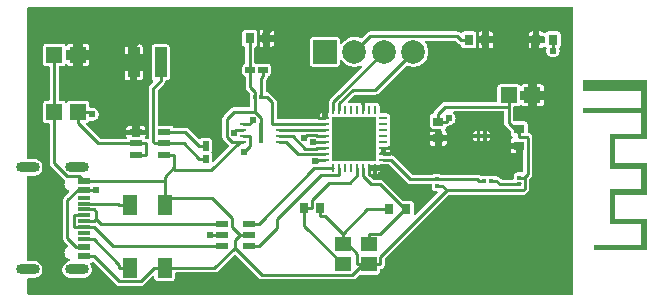
<source format=gtl>
G04 Layer: TopLayer*
G04 EasyEDA v6.5.37, 2023-10-27 13:21:48*
G04 e951b92086064ac1ad3908aecfae3427,cc522e7a65ad493f8bbdbc3af6dfe8a3,10*
G04 Gerber Generator version 0.2*
G04 Scale: 100 percent, Rotated: No, Reflected: No *
G04 Dimensions in millimeters *
G04 leading zeros omitted , absolute positions ,4 integer and 5 decimal *
%FSLAX45Y45*%
%MOMM*%

%AMMACRO1*4,1,4,0.2,0.2,0.2,-0.2,-0.2,-0.2,-0.2,0.2,0.2,0.2,0*%
%AMMACRO2*21,1,$1,$2,0,0,$3*%
%ADD10C,0.2500*%
%ADD11C,0.2540*%
%ADD12MACRO1*%
%ADD13R,1.4000X1.2000*%
%ADD14MACRO2,0.324X0.3685X0.0000*%
%ADD15R,0.3240X0.3684*%
%ADD16MACRO2,0.324X0.3685X90.0000*%
%ADD17MACRO2,1.35X1.41X90.0000*%
%ADD18R,0.9000X0.8000*%
%ADD19R,0.8000X0.9000*%
%ADD20MACRO2,0.54X0.7901X90.0000*%
%ADD21R,1.0720X0.5320*%
%ADD22MACRO2,0.324X0.3685X-90.0000*%
%ADD23MACRO2,1.701X1.2075X-90.0000*%
%ADD24R,0.6500X0.2800*%
%ADD25R,0.2800X0.6500*%
%ADD26R,3.8000X3.8000*%
%ADD27R,1.1400X0.3000*%
%ADD28R,1.1400X0.6000*%
%ADD29MACRO2,0.54X0.7901X0.0000*%
%ADD30R,0.5400X0.7901*%
%ADD31R,1.1000X0.5500*%
%ADD32R,0.6000X0.2800*%
%ADD33R,0.3000X1.7000*%
%ADD34R,1.0200X2.5400*%
%ADD35O,1.9999959999999999X0.8999982*%
%ADD36C,2.0000*%
%ADD37R,2.0000X2.0000*%
%ADD38C,0.6096*%
%ADD39C,0.6100*%
%ADD40C,0.0177*%

%LPD*%
G36*
X721868Y1816607D02*
G01*
X717956Y1817370D01*
X714705Y1819605D01*
X712470Y1822856D01*
X711708Y1826768D01*
X711708Y1950262D01*
X712470Y1954123D01*
X714705Y1957425D01*
X717956Y1959610D01*
X721868Y1960422D01*
X769620Y1960422D01*
X781100Y1961286D01*
X791921Y1963877D01*
X802182Y1968144D01*
X811682Y1973986D01*
X820115Y1981200D01*
X827328Y1989632D01*
X833170Y1999132D01*
X837387Y2009393D01*
X840028Y2020214D01*
X840892Y2031288D01*
X840028Y2042414D01*
X837387Y2053183D01*
X833170Y2063496D01*
X827328Y2072944D01*
X820115Y2081428D01*
X811682Y2088642D01*
X802182Y2094433D01*
X791921Y2098700D01*
X781100Y2101291D01*
X769620Y2102205D01*
X721868Y2102205D01*
X717956Y2102967D01*
X714705Y2105202D01*
X712470Y2108504D01*
X711708Y2112365D01*
X711708Y2815234D01*
X712470Y2819095D01*
X714705Y2822397D01*
X717956Y2824632D01*
X721868Y2825394D01*
X769620Y2825394D01*
X781100Y2826308D01*
X791921Y2828899D01*
X802182Y2833166D01*
X811682Y2838958D01*
X820115Y2846171D01*
X827328Y2854655D01*
X833170Y2864104D01*
X837437Y2874416D01*
X840028Y2885186D01*
X840892Y2896311D01*
X840028Y2907385D01*
X837437Y2918206D01*
X833170Y2928467D01*
X827328Y2937967D01*
X820115Y2946400D01*
X811682Y2953613D01*
X802182Y2959455D01*
X791921Y2963722D01*
X781100Y2966313D01*
X769620Y2967228D01*
X721868Y2967228D01*
X717956Y2967990D01*
X714705Y2970174D01*
X712470Y2973476D01*
X711708Y2977388D01*
X711708Y4244340D01*
X712470Y4248251D01*
X714705Y4251502D01*
X717956Y4253738D01*
X721868Y4254500D01*
X5323840Y4254500D01*
X5327751Y4253738D01*
X5331002Y4251502D01*
X5333238Y4248251D01*
X5334000Y4244340D01*
X5334000Y1826768D01*
X5333238Y1822856D01*
X5331002Y1819605D01*
X5327751Y1817370D01*
X5323840Y1816607D01*
G37*

%LPC*%
G36*
X1487678Y1892960D02*
G01*
X1673148Y1892960D01*
X1681175Y1893773D01*
X1688388Y1895957D01*
X1695094Y1899513D01*
X1701292Y1904644D01*
X1771446Y1974748D01*
X1774748Y1976983D01*
X1778609Y1977745D01*
X1782521Y1976983D01*
X1785823Y1974748D01*
X1788007Y1971446D01*
X1788769Y1967585D01*
X1788769Y1960219D01*
X1789480Y1953920D01*
X1791411Y1948434D01*
X1794510Y1943557D01*
X1798574Y1939442D01*
X1803501Y1936343D01*
X1808937Y1934464D01*
X1815287Y1933752D01*
X1934870Y1933752D01*
X1941220Y1934464D01*
X1946656Y1936343D01*
X1951583Y1939442D01*
X1955647Y1943557D01*
X1958746Y1948434D01*
X1960625Y1953920D01*
X1961337Y1960219D01*
X1961337Y1995932D01*
X1962150Y1999843D01*
X1964334Y2003094D01*
X1967636Y2005330D01*
X1971497Y2006092D01*
X2296820Y2006092D01*
X2304846Y2006904D01*
X2312060Y2009089D01*
X2318715Y2012645D01*
X2324963Y2017775D01*
X2462377Y2155190D01*
X2465679Y2157374D01*
X2469591Y2158136D01*
X2473452Y2157374D01*
X2476754Y2155190D01*
X2672994Y1958949D01*
X2679192Y1953818D01*
X2685897Y1950262D01*
X2693111Y1948078D01*
X2701137Y1947265D01*
X3464966Y1947265D01*
X3472992Y1948078D01*
X3480206Y1950262D01*
X3486912Y1953818D01*
X3493109Y1958949D01*
X3519881Y1985721D01*
X3522319Y1987499D01*
X3525215Y1988515D01*
X3528212Y1988616D01*
X3533089Y1988108D01*
X3671925Y1988108D01*
X3678275Y1988820D01*
X3683711Y1990699D01*
X3688638Y1993798D01*
X3692702Y1997862D01*
X3695801Y2002789D01*
X3697681Y2008225D01*
X3698392Y2014575D01*
X3698392Y2026005D01*
X3699103Y2029663D01*
X3701034Y2032863D01*
X3704031Y2035098D01*
X3715156Y2038350D01*
X3721862Y2041906D01*
X3727704Y2046732D01*
X3732479Y2052574D01*
X3736035Y2059228D01*
X3738219Y2066442D01*
X3739032Y2074468D01*
X3739032Y2120087D01*
X3739794Y2123948D01*
X3742029Y2127250D01*
X4274870Y2660142D01*
X4278172Y2662326D01*
X4282084Y2663088D01*
X4908854Y2663088D01*
X4916881Y2663901D01*
X4924094Y2666085D01*
X4930749Y2669641D01*
X4936998Y2674772D01*
X4949901Y2687726D01*
X4955032Y2693924D01*
X4958588Y2700629D01*
X4960772Y2707843D01*
X4961585Y2715869D01*
X4961585Y2790596D01*
X4962347Y2794457D01*
X4964582Y2797759D01*
X4976825Y2810052D01*
X4981956Y2816301D01*
X4985512Y2822956D01*
X4987696Y2830169D01*
X4988509Y2838196D01*
X4988509Y3145993D01*
X4987696Y3154019D01*
X4985512Y3161233D01*
X4981956Y3167938D01*
X4976825Y3174136D01*
X4972354Y3178606D01*
X4966157Y3183737D01*
X4959451Y3187293D01*
X4954930Y3188665D01*
X4951171Y3190748D01*
X4948631Y3194202D01*
X4947716Y3198418D01*
X4947716Y3259023D01*
X4947005Y3265322D01*
X4945075Y3270808D01*
X4942027Y3275685D01*
X4937912Y3279800D01*
X4933035Y3282899D01*
X4927549Y3284778D01*
X4921250Y3285490D01*
X4838293Y3285490D01*
X4834382Y3286251D01*
X4831080Y3288487D01*
X4828895Y3291789D01*
X4828133Y3295650D01*
X4828133Y3401618D01*
X4828895Y3405530D01*
X4831080Y3408832D01*
X4834382Y3411016D01*
X4838293Y3411778D01*
X4859426Y3411778D01*
X4865725Y3412490D01*
X4871212Y3414420D01*
X4876088Y3417519D01*
X4880203Y3421583D01*
X4883708Y3425647D01*
X4887468Y3427222D01*
X4891532Y3427222D01*
X4895291Y3425647D01*
X4898796Y3421583D01*
X4902911Y3417519D01*
X4907788Y3414420D01*
X4913274Y3412490D01*
X4919573Y3411778D01*
X4947920Y3411778D01*
X4947920Y3465118D01*
X4896053Y3465118D01*
X4892192Y3465880D01*
X4888890Y3468065D01*
X4886655Y3471367D01*
X4885893Y3475278D01*
X4885893Y3535121D01*
X4886655Y3539032D01*
X4888890Y3542334D01*
X4892192Y3544519D01*
X4896053Y3545281D01*
X4947920Y3545281D01*
X4947920Y3598621D01*
X4919573Y3598621D01*
X4913274Y3597910D01*
X4907788Y3595979D01*
X4902911Y3592880D01*
X4898796Y3588816D01*
X4895291Y3584752D01*
X4891532Y3583178D01*
X4887468Y3583178D01*
X4883708Y3584752D01*
X4880203Y3588816D01*
X4876088Y3592880D01*
X4871212Y3595979D01*
X4865725Y3597910D01*
X4859426Y3598621D01*
X4719574Y3598621D01*
X4713224Y3597910D01*
X4707788Y3595979D01*
X4702860Y3592880D01*
X4698796Y3588816D01*
X4695698Y3583889D01*
X4693818Y3578453D01*
X4693107Y3572154D01*
X4693107Y3458565D01*
X4692294Y3454654D01*
X4690110Y3451402D01*
X4686808Y3449167D01*
X4682947Y3448405D01*
X4250283Y3448405D01*
X4242257Y3447592D01*
X4235043Y3445408D01*
X4228338Y3441852D01*
X4222140Y3436721D01*
X4164076Y3378657D01*
X4158945Y3372459D01*
X4155389Y3365754D01*
X4152188Y3354527D01*
X4150258Y3351682D01*
X4147464Y3349701D01*
X4144162Y3348736D01*
X4140250Y3348278D01*
X4134764Y3346399D01*
X4129887Y3343300D01*
X4125772Y3339185D01*
X4122724Y3334308D01*
X4120794Y3328822D01*
X4120083Y3322523D01*
X4120083Y3243681D01*
X4120794Y3237331D01*
X4122724Y3231896D01*
X4125772Y3226968D01*
X4129887Y3222904D01*
X4131767Y3221685D01*
X4134713Y3218891D01*
X4136339Y3215132D01*
X4136339Y3211068D01*
X4134713Y3207308D01*
X4131767Y3204514D01*
X4129887Y3203295D01*
X4125772Y3199231D01*
X4122724Y3194304D01*
X4120794Y3188868D01*
X4120083Y3182518D01*
X4120083Y3169462D01*
X4162145Y3169462D01*
X4162145Y3207004D01*
X4162907Y3210915D01*
X4165142Y3214217D01*
X4168444Y3216402D01*
X4172305Y3217164D01*
X4209694Y3217164D01*
X4213555Y3216402D01*
X4216857Y3214217D01*
X4219092Y3210915D01*
X4219854Y3207004D01*
X4219854Y3169462D01*
X4261916Y3169462D01*
X4261916Y3182518D01*
X4261205Y3188868D01*
X4259275Y3194304D01*
X4256227Y3199231D01*
X4252112Y3203295D01*
X4250232Y3204514D01*
X4247286Y3207308D01*
X4245660Y3211068D01*
X4245660Y3215132D01*
X4247286Y3218891D01*
X4250232Y3221685D01*
X4252112Y3222904D01*
X4256227Y3226968D01*
X4259275Y3231896D01*
X4261561Y3238398D01*
X4263491Y3241700D01*
X4266488Y3244088D01*
X4271467Y3245307D01*
X4278680Y3247491D01*
X4285335Y3251047D01*
X4287774Y3253079D01*
X4291634Y3255010D01*
X4301032Y3257550D01*
X4309922Y3261715D01*
X4318000Y3267303D01*
X4324959Y3274263D01*
X4330547Y3282340D01*
X4334713Y3291230D01*
X4337253Y3300729D01*
X4338116Y3310483D01*
X4337253Y3320287D01*
X4334713Y3329787D01*
X4330547Y3338677D01*
X4324959Y3346754D01*
X4317847Y3353866D01*
X4315612Y3357118D01*
X4314850Y3361029D01*
X4315612Y3364941D01*
X4317847Y3368192D01*
X4321149Y3370427D01*
X4325010Y3371189D01*
X4740757Y3371189D01*
X4744618Y3370427D01*
X4747920Y3368192D01*
X4750104Y3364941D01*
X4750917Y3361029D01*
X4750917Y3273450D01*
X4751679Y3265424D01*
X4753864Y3258210D01*
X4757420Y3251504D01*
X4762550Y3245307D01*
X4802936Y3204921D01*
X4805121Y3201619D01*
X4805883Y3197758D01*
X4805883Y3180181D01*
X4806594Y3173831D01*
X4808524Y3168396D01*
X4811572Y3163468D01*
X4815687Y3159404D01*
X4817567Y3158185D01*
X4820513Y3155391D01*
X4822139Y3151632D01*
X4822139Y3147568D01*
X4820513Y3143808D01*
X4817567Y3141014D01*
X4815687Y3139795D01*
X4811572Y3135731D01*
X4808524Y3130804D01*
X4806594Y3125368D01*
X4805883Y3119018D01*
X4805883Y3105962D01*
X4847996Y3105962D01*
X4848707Y3110331D01*
X4850688Y3113532D01*
X4853736Y3115767D01*
X4857343Y3116732D01*
X4861102Y3116326D01*
X4869281Y3113887D01*
X4877308Y3113074D01*
X4895494Y3113074D01*
X4898898Y3112465D01*
X4901895Y3110788D01*
X4904181Y3108198D01*
X4905451Y3104997D01*
X4908550Y3102762D01*
X4910582Y3099562D01*
X4911293Y3095802D01*
X4911293Y3063443D01*
X4910582Y3059734D01*
X4908651Y3056585D01*
X4905654Y3054299D01*
X4905654Y3012643D01*
X4908651Y3010408D01*
X4910582Y3007207D01*
X4911293Y3003550D01*
X4911293Y2862275D01*
X4910378Y2858109D01*
X4907889Y2854706D01*
X4904181Y2852572D01*
X4899964Y2852166D01*
X4892395Y2853029D01*
X4861153Y2853029D01*
X4854854Y2852318D01*
X4849368Y2850438D01*
X4844491Y2847340D01*
X4840376Y2843276D01*
X4837328Y2838348D01*
X4835398Y2832912D01*
X4834686Y2826562D01*
X4834686Y2802636D01*
X4833924Y2798724D01*
X4831740Y2795473D01*
X4828438Y2793238D01*
X4824526Y2792476D01*
X4731512Y2792476D01*
X4727600Y2793238D01*
X4724298Y2795473D01*
X4711496Y2808224D01*
X4705299Y2813354D01*
X4698593Y2816910D01*
X4691380Y2819095D01*
X4683353Y2819908D01*
X4671364Y2819908D01*
X4668012Y2820466D01*
X4661712Y2822702D01*
X4655362Y2823413D01*
X4619650Y2823413D01*
X4611065Y2822498D01*
X4607966Y2822549D01*
X4600549Y2823413D01*
X4564837Y2823413D01*
X4554270Y2821838D01*
X4550867Y2822448D01*
X4547870Y2824124D01*
X4543044Y2828086D01*
X4536338Y2831642D01*
X4529124Y2833827D01*
X4521098Y2834640D01*
X4213555Y2834640D01*
X4210761Y2835046D01*
X4205732Y2837738D01*
X4200245Y2839618D01*
X4193946Y2840329D01*
X4162653Y2840329D01*
X4156354Y2839618D01*
X4150868Y2837738D01*
X4145838Y2835046D01*
X4143044Y2834640D01*
X3974033Y2834640D01*
X3970121Y2835402D01*
X3966819Y2837637D01*
X3815587Y2988818D01*
X3809390Y2993948D01*
X3802684Y2997504D01*
X3795471Y2999689D01*
X3787444Y3000502D01*
X3769207Y3000502D01*
X3765804Y3001111D01*
X3759504Y3001822D01*
X3705860Y3001822D01*
X3701999Y3002584D01*
X3698697Y3004769D01*
X3696462Y3008071D01*
X3695700Y3011982D01*
X3695700Y3015081D01*
X3696411Y3018739D01*
X3698341Y3021939D01*
X3701338Y3024174D01*
X3704945Y3025190D01*
X3704945Y3048609D01*
X3701338Y3049625D01*
X3698341Y3051860D01*
X3696411Y3055010D01*
X3695700Y3058718D01*
X3695700Y3061817D01*
X3696462Y3065729D01*
X3698697Y3069031D01*
X3701999Y3071215D01*
X3705860Y3071977D01*
X3759504Y3071977D01*
X3765804Y3072688D01*
X3771442Y3074670D01*
X3774795Y3075228D01*
X3785971Y3075330D01*
X3785260Y3081629D01*
X3783990Y3086912D01*
X3785260Y3092145D01*
X3785971Y3098444D01*
X3785971Y3125317D01*
X3785260Y3131667D01*
X3783990Y3136900D01*
X3785260Y3142132D01*
X3785971Y3148482D01*
X3785971Y3175355D01*
X3785260Y3181654D01*
X3783990Y3186887D01*
X3785260Y3192170D01*
X3785971Y3198469D01*
X3785971Y3225342D01*
X3785260Y3231642D01*
X3783990Y3236925D01*
X3785260Y3242157D01*
X3785971Y3248456D01*
X3785971Y3275329D01*
X3785260Y3281629D01*
X3783990Y3286912D01*
X3785260Y3292144D01*
X3785971Y3298494D01*
X3785971Y3325317D01*
X3785260Y3331667D01*
X3783329Y3337102D01*
X3780282Y3342030D01*
X3776167Y3346094D01*
X3771290Y3349193D01*
X3765804Y3351072D01*
X3759504Y3351784D01*
X3704894Y3351784D01*
X3700983Y3352596D01*
X3697681Y3354781D01*
X3695496Y3358083D01*
X3694734Y3361944D01*
X3694734Y3416604D01*
X3693972Y3422904D01*
X3692093Y3428390D01*
X3688994Y3433267D01*
X3684930Y3437382D01*
X3680002Y3440429D01*
X3674567Y3442360D01*
X3668217Y3443071D01*
X3641394Y3443071D01*
X3635044Y3442360D01*
X3629812Y3441090D01*
X3624529Y3442360D01*
X3618229Y3443071D01*
X3591356Y3443071D01*
X3585057Y3442360D01*
X3579825Y3441090D01*
X3574542Y3442360D01*
X3568141Y3443071D01*
X3568141Y3431895D01*
X3567582Y3428542D01*
X3565601Y3422904D01*
X3564890Y3416604D01*
X3563569Y3412642D01*
X3560724Y3409543D01*
X3556914Y3407816D01*
X3552698Y3407816D01*
X3548837Y3409543D01*
X3546043Y3412642D01*
X3544722Y3416604D01*
X3544011Y3422904D01*
X3542029Y3428542D01*
X3541471Y3431895D01*
X3541369Y3443071D01*
X3535070Y3442360D01*
X3529787Y3441090D01*
X3524554Y3442360D01*
X3518255Y3443071D01*
X3491382Y3443071D01*
X3485032Y3442360D01*
X3479800Y3441090D01*
X3474567Y3442360D01*
X3468217Y3443071D01*
X3441344Y3443071D01*
X3438956Y3442766D01*
X3434842Y3443173D01*
X3431184Y3445205D01*
X3428695Y3448456D01*
X3427679Y3452520D01*
X3428390Y3456584D01*
X3430625Y3460089D01*
X3479342Y3508756D01*
X3482644Y3510940D01*
X3486505Y3511702D01*
X3658158Y3511702D01*
X3666185Y3512515D01*
X3673398Y3514699D01*
X3680053Y3518255D01*
X3686301Y3523386D01*
X3919474Y3756558D01*
X3922877Y3758793D01*
X3926840Y3759555D01*
X3930802Y3758641D01*
X3937152Y3755796D01*
X3951681Y3751275D01*
X3966616Y3748532D01*
X3981805Y3747617D01*
X3996994Y3748532D01*
X4011929Y3751275D01*
X4026458Y3755796D01*
X4040276Y3762044D01*
X4053332Y3769918D01*
X4065270Y3779265D01*
X4076039Y3790035D01*
X4085386Y3801973D01*
X4093260Y3814978D01*
X4099509Y3828846D01*
X4104030Y3843375D01*
X4106773Y3858310D01*
X4107687Y3873500D01*
X4106773Y3888689D01*
X4104030Y3903624D01*
X4099509Y3918153D01*
X4093260Y3932021D01*
X4085386Y3945026D01*
X4079494Y3952544D01*
X4077563Y3956608D01*
X4077614Y3961129D01*
X4079544Y3965194D01*
X4083100Y3967987D01*
X4087469Y3968953D01*
X4330598Y3968953D01*
X4334459Y3968191D01*
X4337761Y3966006D01*
X4355642Y3948176D01*
X4361840Y3943045D01*
X4368546Y3939489D01*
X4379772Y3936288D01*
X4382617Y3934358D01*
X4384598Y3931564D01*
X4385564Y3928262D01*
X4386021Y3924350D01*
X4387900Y3918864D01*
X4390999Y3913987D01*
X4395114Y3909872D01*
X4399991Y3906824D01*
X4405477Y3904894D01*
X4411776Y3904183D01*
X4490618Y3904183D01*
X4496968Y3904894D01*
X4502404Y3906824D01*
X4507331Y3909872D01*
X4511395Y3913987D01*
X4512614Y3915867D01*
X4515408Y3918813D01*
X4519168Y3920439D01*
X4523232Y3920439D01*
X4526991Y3918813D01*
X4529785Y3915867D01*
X4531004Y3913987D01*
X4535068Y3909872D01*
X4539996Y3906824D01*
X4545431Y3904894D01*
X4551781Y3904183D01*
X4564837Y3904183D01*
X4564837Y3946245D01*
X4527296Y3946245D01*
X4523384Y3947007D01*
X4520082Y3949242D01*
X4517898Y3952544D01*
X4517136Y3956405D01*
X4517136Y3993794D01*
X4517898Y3997655D01*
X4520082Y4000957D01*
X4523384Y4003192D01*
X4527296Y4003954D01*
X4564837Y4003954D01*
X4564837Y4046016D01*
X4551781Y4046016D01*
X4545431Y4045305D01*
X4539996Y4043375D01*
X4535068Y4040327D01*
X4531004Y4036212D01*
X4529785Y4034332D01*
X4526991Y4031386D01*
X4523232Y4029760D01*
X4519168Y4029760D01*
X4515408Y4031386D01*
X4512614Y4034332D01*
X4511395Y4036212D01*
X4507331Y4040327D01*
X4502404Y4043375D01*
X4496968Y4045305D01*
X4490618Y4046016D01*
X4411776Y4046016D01*
X4405477Y4045305D01*
X4399991Y4043375D01*
X4395114Y4040327D01*
X4390948Y4036161D01*
X4387850Y4034028D01*
X4384243Y4033164D01*
X4380585Y4033672D01*
X4377283Y4035450D01*
X4372203Y4039666D01*
X4365548Y4043222D01*
X4358335Y4045407D01*
X4350308Y4046169D01*
X3616401Y4046169D01*
X3608374Y4045407D01*
X3601161Y4043222D01*
X3594455Y4039666D01*
X3588258Y4034536D01*
X3544163Y3990441D01*
X3540760Y3988206D01*
X3536746Y3987444D01*
X3532784Y3988358D01*
X3526434Y3991203D01*
X3511905Y3995724D01*
X3496970Y3998468D01*
X3481781Y3999382D01*
X3466642Y3998468D01*
X3451656Y3995724D01*
X3437128Y3991203D01*
X3423310Y3984955D01*
X3410305Y3977081D01*
X3398316Y3967734D01*
X3387547Y3956964D01*
X3378200Y3945026D01*
X3376574Y3942334D01*
X3373526Y3939133D01*
X3369513Y3937558D01*
X3365144Y3937762D01*
X3361283Y3939844D01*
X3358642Y3943299D01*
X3357727Y3947566D01*
X3357727Y3972915D01*
X3356965Y3979265D01*
X3355086Y3984701D01*
X3351987Y3989628D01*
X3347923Y3993692D01*
X3342995Y3996791D01*
X3337560Y3998671D01*
X3331210Y3999382D01*
X3132378Y3999382D01*
X3126028Y3998671D01*
X3120593Y3996791D01*
X3115665Y3993692D01*
X3111601Y3989628D01*
X3108502Y3984701D01*
X3106623Y3979265D01*
X3105912Y3972915D01*
X3105912Y3774084D01*
X3106623Y3767734D01*
X3108502Y3762298D01*
X3111601Y3757371D01*
X3115665Y3753307D01*
X3120593Y3750208D01*
X3126028Y3748328D01*
X3132378Y3747566D01*
X3331210Y3747566D01*
X3337560Y3748328D01*
X3342995Y3750208D01*
X3347923Y3753307D01*
X3351987Y3757371D01*
X3355086Y3762298D01*
X3356965Y3767734D01*
X3357727Y3774084D01*
X3357727Y3799433D01*
X3358642Y3803700D01*
X3361283Y3807155D01*
X3365144Y3809237D01*
X3369513Y3809441D01*
X3373526Y3807866D01*
X3376574Y3804665D01*
X3378200Y3801973D01*
X3387547Y3790035D01*
X3398316Y3779265D01*
X3410305Y3769918D01*
X3423310Y3762044D01*
X3437128Y3755796D01*
X3451656Y3751275D01*
X3466642Y3748532D01*
X3481781Y3747617D01*
X3496970Y3748532D01*
X3511905Y3751275D01*
X3526434Y3755796D01*
X3535984Y3760063D01*
X3539896Y3760978D01*
X3543808Y3760266D01*
X3547211Y3758133D01*
X3549497Y3754831D01*
X3550310Y3750919D01*
X3549548Y3746957D01*
X3547313Y3743655D01*
X3277870Y3474161D01*
X3272739Y3467912D01*
X3269183Y3461258D01*
X3266998Y3454044D01*
X3266186Y3446018D01*
X3266186Y3426307D01*
X3264865Y3416604D01*
X3264865Y3361944D01*
X3264103Y3358083D01*
X3261918Y3354781D01*
X3258616Y3352596D01*
X3254654Y3351784D01*
X3254654Y3325215D01*
X3258261Y3324199D01*
X3261258Y3321964D01*
X3263188Y3318764D01*
X3263900Y3315106D01*
X3263900Y3311956D01*
X3263138Y3308096D01*
X3260902Y3304794D01*
X3257600Y3302558D01*
X3253740Y3301796D01*
X3200095Y3301796D01*
X3190392Y3300476D01*
X3178098Y3300526D01*
X3170326Y3301288D01*
X2882341Y3301288D01*
X2878886Y3301898D01*
X2872587Y3302609D01*
X2834030Y3302609D01*
X2830118Y3303371D01*
X2826816Y3305606D01*
X2824632Y3308908D01*
X2823870Y3312769D01*
X2823870Y3447542D01*
X2823057Y3455568D01*
X2820873Y3462782D01*
X2817317Y3469436D01*
X2812186Y3475685D01*
X2768396Y3519424D01*
X2762199Y3524554D01*
X2755493Y3528110D01*
X2748280Y3530295D01*
X2742590Y3530854D01*
X2739034Y3531920D01*
X2736037Y3534156D01*
X2734106Y3537356D01*
X2733446Y3541014D01*
X2733446Y3632047D01*
X2734005Y3635451D01*
X2735732Y3638499D01*
X2740863Y3644747D01*
X2744419Y3651453D01*
X2746603Y3658666D01*
X2747873Y3663797D01*
X2750210Y3666794D01*
X2753512Y3668725D01*
X2759506Y3670808D01*
X2764434Y3673906D01*
X2768498Y3677970D01*
X2771597Y3682898D01*
X2773527Y3688334D01*
X2774238Y3694684D01*
X2774238Y3747515D01*
X2773527Y3753865D01*
X2771597Y3759301D01*
X2768498Y3764229D01*
X2764434Y3768293D01*
X2759506Y3771392D01*
X2754071Y3773271D01*
X2747721Y3773982D01*
X2669895Y3773982D01*
X2663545Y3773271D01*
X2657652Y3771239D01*
X2654300Y3770680D01*
X2650947Y3771239D01*
X2644495Y3773474D01*
X2641193Y3775405D01*
X2638856Y3778402D01*
X2636062Y3788714D01*
X2635605Y3791661D01*
X2635605Y3907891D01*
X2636469Y3911955D01*
X2638856Y3915359D01*
X2642412Y3917492D01*
X2648204Y3919524D01*
X2653131Y3922572D01*
X2657195Y3926687D01*
X2658414Y3928567D01*
X2661208Y3931513D01*
X2664968Y3933139D01*
X2669032Y3933139D01*
X2672791Y3931513D01*
X2675585Y3928567D01*
X2676804Y3926687D01*
X2680868Y3922572D01*
X2685796Y3919524D01*
X2691231Y3917594D01*
X2697581Y3916883D01*
X2710637Y3916883D01*
X2710637Y3958945D01*
X2673096Y3958945D01*
X2669184Y3959707D01*
X2665882Y3961942D01*
X2663698Y3965244D01*
X2662936Y3969105D01*
X2662936Y4006494D01*
X2663698Y4010355D01*
X2665882Y4013657D01*
X2669184Y4015892D01*
X2673096Y4016654D01*
X2710637Y4016654D01*
X2710637Y4058716D01*
X2697581Y4058716D01*
X2691231Y4058005D01*
X2685796Y4056075D01*
X2680868Y4053027D01*
X2676804Y4048912D01*
X2675585Y4047032D01*
X2672791Y4044086D01*
X2669032Y4042460D01*
X2664968Y4042460D01*
X2661208Y4044086D01*
X2658414Y4047032D01*
X2657195Y4048912D01*
X2653131Y4053027D01*
X2648204Y4056075D01*
X2642768Y4058005D01*
X2636418Y4058716D01*
X2557576Y4058716D01*
X2551277Y4058005D01*
X2545791Y4056075D01*
X2540914Y4053027D01*
X2536799Y4048912D01*
X2533700Y4044035D01*
X2531821Y4038549D01*
X2531110Y4032250D01*
X2531110Y3943350D01*
X2531821Y3937050D01*
X2533700Y3931564D01*
X2536799Y3926687D01*
X2540914Y3922572D01*
X2545791Y3919524D01*
X2551582Y3917492D01*
X2555138Y3915359D01*
X2557526Y3911955D01*
X2558389Y3907891D01*
X2558389Y3781856D01*
X2557526Y3777792D01*
X2555138Y3774389D01*
X2551582Y3772255D01*
X2549093Y3771392D01*
X2544165Y3768293D01*
X2540101Y3764229D01*
X2537002Y3759301D01*
X2535072Y3753865D01*
X2534361Y3747515D01*
X2534361Y3694684D01*
X2535072Y3688334D01*
X2537002Y3682898D01*
X2540101Y3677970D01*
X2544165Y3673906D01*
X2549093Y3670808D01*
X2554376Y3668979D01*
X2557932Y3666794D01*
X2560320Y3663442D01*
X2561183Y3659378D01*
X2561183Y3576878D01*
X2561996Y3568852D01*
X2564180Y3561638D01*
X2567736Y3554984D01*
X2572867Y3548735D01*
X2594356Y3527247D01*
X2596489Y3524097D01*
X2597302Y3520440D01*
X2596743Y3516680D01*
X2595981Y3514445D01*
X2595270Y3508146D01*
X2595270Y3476853D01*
X2595981Y3470554D01*
X2597861Y3465068D01*
X2600553Y3460038D01*
X2600960Y3457244D01*
X2600960Y3416046D01*
X2600198Y3412134D01*
X2597962Y3408883D01*
X2594711Y3406648D01*
X2590800Y3405886D01*
X2466086Y3405886D01*
X2458059Y3405073D01*
X2450846Y3402888D01*
X2444140Y3399332D01*
X2437942Y3394201D01*
X2375408Y3331667D01*
X2370277Y3325469D01*
X2366721Y3318764D01*
X2364536Y3311550D01*
X2363724Y3303524D01*
X2363724Y3156712D01*
X2364536Y3148685D01*
X2366721Y3141472D01*
X2370277Y3134766D01*
X2375408Y3128568D01*
X2417521Y3086404D01*
X2419705Y3083153D01*
X2420467Y3079242D01*
X2419705Y3075330D01*
X2417521Y3072079D01*
X2292756Y2947314D01*
X2289454Y2945079D01*
X2285593Y2944317D01*
X2281682Y2945079D01*
X2278380Y2947314D01*
X2276195Y2950616D01*
X2275382Y2954477D01*
X2275382Y3007004D01*
X2274671Y3013354D01*
X2272639Y3019247D01*
X2272080Y3022600D01*
X2272639Y3025952D01*
X2274671Y3031845D01*
X2275382Y3038195D01*
X2275382Y3116021D01*
X2274671Y3122371D01*
X2272792Y3127806D01*
X2269693Y3132734D01*
X2265629Y3136798D01*
X2260701Y3139897D01*
X2255266Y3141827D01*
X2248916Y3142538D01*
X2196084Y3142538D01*
X2189734Y3141827D01*
X2184298Y3139897D01*
X2179370Y3136798D01*
X2178100Y3135528D01*
X2174798Y3133344D01*
X2170938Y3132582D01*
X2167026Y3133344D01*
X2163724Y3135528D01*
X2078532Y3220720D01*
X2072335Y3225850D01*
X2065629Y3229406D01*
X2058416Y3231591D01*
X2050389Y3232404D01*
X1956562Y3232404D01*
X1953209Y3232962D01*
X1950262Y3234639D01*
X1947824Y3237433D01*
X1943709Y3241497D01*
X1938832Y3244596D01*
X1933346Y3246475D01*
X1927047Y3247186D01*
X1827275Y3247186D01*
X1823364Y3247999D01*
X1820062Y3250184D01*
X1817878Y3253486D01*
X1817116Y3257346D01*
X1817116Y3546246D01*
X1817878Y3550158D01*
X1820062Y3553460D01*
X1868627Y3602024D01*
X1873757Y3608273D01*
X1877314Y3614928D01*
X1880616Y3626104D01*
X1882851Y3629050D01*
X1886000Y3631031D01*
X1889658Y3631692D01*
X1892147Y3631692D01*
X1898446Y3632403D01*
X1903933Y3634333D01*
X1908810Y3637381D01*
X1912924Y3641496D01*
X1915972Y3646373D01*
X1917903Y3651859D01*
X1918614Y3658158D01*
X1918614Y3911041D01*
X1917903Y3917340D01*
X1915972Y3922826D01*
X1912924Y3927703D01*
X1908810Y3931818D01*
X1903933Y3934866D01*
X1898446Y3936796D01*
X1892147Y3937508D01*
X1791258Y3937508D01*
X1784959Y3936796D01*
X1779473Y3934866D01*
X1774596Y3931818D01*
X1770481Y3927703D01*
X1767433Y3922826D01*
X1765503Y3917340D01*
X1764792Y3911041D01*
X1764792Y3658158D01*
X1765503Y3651859D01*
X1767433Y3646373D01*
X1770481Y3641496D01*
X1774596Y3637381D01*
X1778914Y3633927D01*
X1780539Y3630676D01*
X1780946Y3627069D01*
X1780082Y3623564D01*
X1778000Y3620566D01*
X1751533Y3594100D01*
X1746402Y3587902D01*
X1742846Y3581196D01*
X1740662Y3573983D01*
X1739900Y3565956D01*
X1739900Y3145231D01*
X1739188Y3141522D01*
X1737156Y3138322D01*
X1734159Y3136087D01*
X1730502Y3135071D01*
X1726742Y3135477D01*
X1723034Y3136595D01*
X1717039Y3137204D01*
X1713077Y3138424D01*
X1709978Y3141116D01*
X1708200Y3144774D01*
X1707997Y3148888D01*
X1709420Y3152749D01*
X1710893Y3155086D01*
X1712823Y3160522D01*
X1713534Y3166872D01*
X1713534Y3173679D01*
X1666443Y3173679D01*
X1666443Y3162350D01*
X1665681Y3158490D01*
X1663496Y3155188D01*
X1660194Y3153003D01*
X1656283Y3152190D01*
X1608937Y3152190D01*
X1605026Y3153003D01*
X1601724Y3155188D01*
X1599539Y3158490D01*
X1598777Y3162350D01*
X1598777Y3173679D01*
X1551686Y3173679D01*
X1551686Y3166872D01*
X1552397Y3160522D01*
X1554327Y3155086D01*
X1555648Y3152952D01*
X1557121Y3148939D01*
X1556766Y3144621D01*
X1554683Y3140862D01*
X1551228Y3138322D01*
X1547063Y3137408D01*
X1332890Y3137408D01*
X1329029Y3138170D01*
X1325727Y3140405D01*
X1210665Y3255416D01*
X1208532Y3258515D01*
X1207719Y3262223D01*
X1208278Y3265982D01*
X1210157Y3269234D01*
X1213104Y3271570D01*
X1217676Y3272790D01*
X1223111Y3274720D01*
X1228039Y3277819D01*
X1232103Y3281883D01*
X1234948Y3286455D01*
X1237945Y3289503D01*
X1241958Y3291078D01*
X1246225Y3290874D01*
X1250238Y3289757D01*
X1260043Y3288893D01*
X1269847Y3289757D01*
X1279347Y3292297D01*
X1288237Y3296462D01*
X1296263Y3302101D01*
X1303223Y3309061D01*
X1308862Y3317087D01*
X1313027Y3325977D01*
X1315567Y3335477D01*
X1316431Y3345281D01*
X1315567Y3355086D01*
X1313027Y3364585D01*
X1308862Y3373475D01*
X1303223Y3381501D01*
X1296263Y3388461D01*
X1288237Y3394100D01*
X1279347Y3398265D01*
X1269847Y3400806D01*
X1260043Y3401669D01*
X1256385Y3401314D01*
X1252575Y3401720D01*
X1243380Y3404412D01*
X1240434Y3406648D01*
X1238504Y3409797D01*
X1237792Y3413455D01*
X1237792Y3432454D01*
X1237081Y3438753D01*
X1235202Y3444189D01*
X1232103Y3449116D01*
X1228039Y3453180D01*
X1223111Y3456279D01*
X1217676Y3458210D01*
X1211326Y3458921D01*
X1071473Y3458921D01*
X1065174Y3458210D01*
X1059688Y3456279D01*
X1054811Y3453180D01*
X1050696Y3449116D01*
X1047191Y3445052D01*
X1043432Y3443478D01*
X1039368Y3443478D01*
X1035608Y3445052D01*
X1032103Y3449116D01*
X1027988Y3453180D01*
X1023112Y3456279D01*
X1017625Y3458210D01*
X1011326Y3458921D01*
X990193Y3458921D01*
X986282Y3459683D01*
X982980Y3461867D01*
X980795Y3465169D01*
X980033Y3469081D01*
X980033Y3744518D01*
X980795Y3748430D01*
X982980Y3751732D01*
X986282Y3753916D01*
X990193Y3754678D01*
X1011326Y3754678D01*
X1017625Y3755390D01*
X1023112Y3757320D01*
X1027988Y3760419D01*
X1032103Y3764483D01*
X1035608Y3768547D01*
X1039368Y3770122D01*
X1043432Y3770122D01*
X1047191Y3768547D01*
X1050696Y3764483D01*
X1054811Y3760419D01*
X1059688Y3757320D01*
X1065174Y3755390D01*
X1071473Y3754678D01*
X1099820Y3754678D01*
X1099820Y3808018D01*
X1047953Y3808018D01*
X1044092Y3808780D01*
X1040790Y3810965D01*
X1038555Y3814267D01*
X1037793Y3818178D01*
X1037793Y3878021D01*
X1038555Y3881932D01*
X1040790Y3885234D01*
X1044092Y3887419D01*
X1047953Y3888181D01*
X1099820Y3888181D01*
X1099820Y3941521D01*
X1071473Y3941521D01*
X1065174Y3940810D01*
X1059688Y3938879D01*
X1054811Y3935780D01*
X1050696Y3931716D01*
X1047191Y3927652D01*
X1043432Y3926078D01*
X1039368Y3926078D01*
X1035608Y3927652D01*
X1032103Y3931716D01*
X1027988Y3935780D01*
X1023112Y3938879D01*
X1017625Y3940810D01*
X1011326Y3941521D01*
X871474Y3941521D01*
X865124Y3940810D01*
X859688Y3938879D01*
X854760Y3935780D01*
X850696Y3931716D01*
X847598Y3926789D01*
X845718Y3921353D01*
X845007Y3915054D01*
X845007Y3781145D01*
X845718Y3774846D01*
X847598Y3769410D01*
X850696Y3764483D01*
X854760Y3760419D01*
X859688Y3757320D01*
X865124Y3755390D01*
X871474Y3754678D01*
X892657Y3754678D01*
X896518Y3753916D01*
X899820Y3751732D01*
X902004Y3748430D01*
X902817Y3744518D01*
X902817Y3469081D01*
X902004Y3465169D01*
X899820Y3461867D01*
X896518Y3459683D01*
X892657Y3458921D01*
X871474Y3458921D01*
X865124Y3458210D01*
X859688Y3456279D01*
X854760Y3453180D01*
X850696Y3449116D01*
X847598Y3444189D01*
X845718Y3438753D01*
X845007Y3432454D01*
X845007Y3298545D01*
X845718Y3292246D01*
X847598Y3286810D01*
X850696Y3281883D01*
X854760Y3277819D01*
X859688Y3274720D01*
X865124Y3272790D01*
X871474Y3272078D01*
X892657Y3272078D01*
X896518Y3271316D01*
X899820Y3269132D01*
X902004Y3265830D01*
X902817Y3261918D01*
X902817Y2930042D01*
X903579Y2922016D01*
X905764Y2914802D01*
X909319Y2908147D01*
X914450Y2901899D01*
X1020114Y2796235D01*
X1026363Y2791104D01*
X1028344Y2790037D01*
X1031341Y2787650D01*
X1033221Y2784297D01*
X1033729Y2780487D01*
X1032764Y2776778D01*
X1030528Y2771902D01*
X1027988Y2762504D01*
X1027125Y2752801D01*
X1027988Y2743098D01*
X1030528Y2733700D01*
X1034643Y2724861D01*
X1040231Y2716885D01*
X1047089Y2710027D01*
X1055065Y2704439D01*
X1062532Y2700934D01*
X1065682Y2698648D01*
X1067714Y2695397D01*
X1068374Y2691536D01*
X1067562Y2687777D01*
X1065428Y2684526D01*
X1024636Y2643733D01*
X1019505Y2637536D01*
X1015949Y2630830D01*
X1013764Y2623616D01*
X1012952Y2615590D01*
X1012952Y2300173D01*
X1013764Y2292146D01*
X1015949Y2284933D01*
X1019505Y2278278D01*
X1024636Y2272030D01*
X1057351Y2239314D01*
X1059738Y2235555D01*
X1060297Y2231186D01*
X1058976Y2227021D01*
X1055979Y2223770D01*
X1047089Y2217572D01*
X1040231Y2210714D01*
X1034643Y2202738D01*
X1030528Y2193899D01*
X1027988Y2184501D01*
X1027125Y2174798D01*
X1027988Y2165096D01*
X1030528Y2155698D01*
X1034643Y2146858D01*
X1040231Y2138883D01*
X1047089Y2132025D01*
X1055065Y2126437D01*
X1063904Y2122322D01*
X1068019Y2121204D01*
X1071930Y2119122D01*
X1074623Y2115616D01*
X1075537Y2111248D01*
X1074521Y2106930D01*
X1071727Y2103475D01*
X1067765Y2101494D01*
X1056081Y2098700D01*
X1045819Y2094433D01*
X1036319Y2088642D01*
X1027887Y2081428D01*
X1020673Y2072944D01*
X1014831Y2063496D01*
X1010615Y2053183D01*
X1008024Y2042414D01*
X1007110Y2031288D01*
X1008024Y2020214D01*
X1010615Y2009393D01*
X1014831Y1999132D01*
X1020673Y1989632D01*
X1027887Y1981200D01*
X1036319Y1973986D01*
X1045819Y1968144D01*
X1056081Y1963877D01*
X1066901Y1961286D01*
X1078382Y1960422D01*
X1187602Y1960422D01*
X1199083Y1961286D01*
X1209903Y1963877D01*
X1220165Y1968144D01*
X1229664Y1973986D01*
X1238097Y1981200D01*
X1245362Y1989632D01*
X1251153Y1999132D01*
X1255420Y2009393D01*
X1258011Y2020214D01*
X1258874Y2031288D01*
X1258011Y2042414D01*
X1255420Y2053183D01*
X1251153Y2063496D01*
X1245209Y2073198D01*
X1243838Y2077008D01*
X1244041Y2081072D01*
X1245819Y2084679D01*
X1248867Y2087372D01*
X1258214Y2090521D01*
X1260805Y2092147D01*
X1263954Y2093468D01*
X1267358Y2093620D01*
X1270660Y2092706D01*
X1273403Y2090724D01*
X1459534Y1904644D01*
X1465732Y1899513D01*
X1472438Y1895957D01*
X1479651Y1893773D01*
G37*
G36*
X4832350Y3013710D02*
G01*
X4847945Y3013710D01*
X4847945Y3053283D01*
X4805883Y3053283D01*
X4805883Y3040176D01*
X4806594Y3033877D01*
X4808524Y3028391D01*
X4811572Y3023514D01*
X4815687Y3019399D01*
X4820564Y3016300D01*
X4826050Y3014421D01*
G37*
G36*
X3750157Y3025241D02*
G01*
X3785971Y3025241D01*
X3785260Y3031642D01*
X3783990Y3036874D01*
X3785260Y3042158D01*
X3785971Y3048558D01*
X3750157Y3048558D01*
G37*
G36*
X4219854Y3077210D02*
G01*
X4235450Y3077210D01*
X4241749Y3077921D01*
X4247235Y3079800D01*
X4252112Y3082899D01*
X4256227Y3087014D01*
X4259275Y3091891D01*
X4261205Y3097377D01*
X4261916Y3103676D01*
X4261916Y3116783D01*
X4219854Y3116783D01*
G37*
G36*
X4146550Y3077210D02*
G01*
X4162145Y3077210D01*
X4162145Y3116783D01*
X4120083Y3116783D01*
X4120083Y3103676D01*
X4120794Y3097377D01*
X4122724Y3091891D01*
X4125772Y3087014D01*
X4129887Y3082899D01*
X4134764Y3079800D01*
X4140250Y3077921D01*
G37*
G36*
X4547463Y3120186D02*
G01*
X4549749Y3120186D01*
X4558334Y3121101D01*
X4561433Y3121050D01*
X4568850Y3120186D01*
X4571136Y3120186D01*
X4571136Y3147872D01*
X4547463Y3147872D01*
G37*
G36*
X4602276Y3120186D02*
G01*
X4604562Y3120186D01*
X4610912Y3120898D01*
X4616348Y3122828D01*
X4621276Y3125876D01*
X4625340Y3129991D01*
X4628438Y3134868D01*
X4630318Y3140354D01*
X4631029Y3147872D01*
X4602276Y3147872D01*
G37*
G36*
X4514037Y3120186D02*
G01*
X4516323Y3120186D01*
X4516323Y3147872D01*
X4487570Y3147872D01*
X4488281Y3140354D01*
X4490161Y3134868D01*
X4493260Y3129991D01*
X4497324Y3125876D01*
X4502251Y3122828D01*
X4507687Y3120898D01*
G37*
G36*
X4547463Y3176727D02*
G01*
X4571136Y3176727D01*
X4571136Y3204413D01*
X4568850Y3204413D01*
X4560265Y3203498D01*
X4557166Y3203549D01*
X4549749Y3204413D01*
X4547463Y3204413D01*
G37*
G36*
X4487570Y3176727D02*
G01*
X4516323Y3176727D01*
X4516323Y3204413D01*
X4514037Y3204413D01*
X4507687Y3203702D01*
X4502251Y3201771D01*
X4497324Y3198723D01*
X4493260Y3194608D01*
X4490161Y3189732D01*
X4488281Y3184245D01*
G37*
G36*
X4602276Y3176727D02*
G01*
X4631029Y3176727D01*
X4630318Y3184245D01*
X4628438Y3189732D01*
X4625340Y3194608D01*
X4621276Y3198723D01*
X4616348Y3201771D01*
X4610912Y3203702D01*
X4604562Y3204413D01*
X4602276Y3204413D01*
G37*
G36*
X1551686Y3213912D02*
G01*
X1598777Y3213912D01*
X1598777Y3247186D01*
X1578203Y3247186D01*
X1571853Y3246475D01*
X1566418Y3244596D01*
X1561490Y3241497D01*
X1557426Y3237433D01*
X1554327Y3232505D01*
X1552397Y3227070D01*
X1551686Y3220720D01*
G37*
G36*
X1666443Y3213912D02*
G01*
X1713534Y3213912D01*
X1713534Y3220720D01*
X1712823Y3227070D01*
X1710893Y3232505D01*
X1707794Y3237433D01*
X1703730Y3241497D01*
X1698802Y3244596D01*
X1693367Y3246475D01*
X1687017Y3247186D01*
X1666443Y3247186D01*
G37*
G36*
X3173628Y3325266D02*
G01*
X3209442Y3325266D01*
X3209442Y3351784D01*
X3200095Y3351784D01*
X3193796Y3351072D01*
X3188309Y3349193D01*
X3183432Y3346094D01*
X3179318Y3342030D01*
X3176270Y3337102D01*
X3174339Y3331667D01*
G37*
G36*
X5031079Y3411778D02*
G01*
X5059426Y3411778D01*
X5065776Y3412490D01*
X5071211Y3414420D01*
X5076139Y3417519D01*
X5080203Y3421583D01*
X5083302Y3426510D01*
X5085181Y3431946D01*
X5085892Y3438245D01*
X5085892Y3465118D01*
X5031079Y3465118D01*
G37*
G36*
X5031079Y3545281D02*
G01*
X5085892Y3545281D01*
X5085892Y3572154D01*
X5085181Y3578453D01*
X5083302Y3583889D01*
X5080203Y3588816D01*
X5076139Y3592880D01*
X5071211Y3595979D01*
X5065776Y3597910D01*
X5059426Y3598621D01*
X5031079Y3598621D01*
G37*
G36*
X1562252Y3631692D02*
G01*
X1580845Y3631692D01*
X1580845Y3714750D01*
X1535785Y3714750D01*
X1535785Y3658158D01*
X1536496Y3651859D01*
X1538427Y3646373D01*
X1541475Y3641496D01*
X1545590Y3637381D01*
X1550466Y3634333D01*
X1555953Y3632403D01*
G37*
G36*
X1644548Y3631692D02*
G01*
X1663141Y3631692D01*
X1669440Y3632403D01*
X1674926Y3634333D01*
X1679803Y3637381D01*
X1683918Y3641496D01*
X1686966Y3646373D01*
X1688896Y3651859D01*
X1689607Y3658158D01*
X1689607Y3714750D01*
X1644548Y3714750D01*
G37*
G36*
X1182979Y3754678D02*
G01*
X1211326Y3754678D01*
X1217676Y3755390D01*
X1223111Y3757320D01*
X1228039Y3760419D01*
X1232103Y3764483D01*
X1235202Y3769410D01*
X1237081Y3774846D01*
X1237792Y3781145D01*
X1237792Y3808018D01*
X1182979Y3808018D01*
G37*
G36*
X5162702Y3827475D02*
G01*
X5172506Y3828338D01*
X5182006Y3830878D01*
X5190896Y3835044D01*
X5198922Y3840683D01*
X5205882Y3847642D01*
X5211521Y3855669D01*
X5215686Y3864559D01*
X5218226Y3874058D01*
X5219090Y3883863D01*
X5218226Y3893667D01*
X5216448Y3900322D01*
X5216093Y3903827D01*
X5217007Y3907231D01*
X5219039Y3910126D01*
X5222900Y3913987D01*
X5225999Y3918864D01*
X5227878Y3924350D01*
X5228590Y3930650D01*
X5228590Y4019550D01*
X5227878Y4025849D01*
X5225999Y4031335D01*
X5222900Y4036212D01*
X5218785Y4040327D01*
X5213908Y4043375D01*
X5208422Y4045305D01*
X5202123Y4046016D01*
X5123281Y4046016D01*
X5116931Y4045305D01*
X5111496Y4043375D01*
X5106568Y4040327D01*
X5102504Y4036212D01*
X5101285Y4034332D01*
X5098491Y4031386D01*
X5094732Y4029760D01*
X5090668Y4029760D01*
X5086908Y4031386D01*
X5084114Y4034332D01*
X5082895Y4036212D01*
X5078831Y4040327D01*
X5073904Y4043375D01*
X5068468Y4045305D01*
X5062118Y4046016D01*
X5049062Y4046016D01*
X5049062Y4003954D01*
X5086604Y4003954D01*
X5090515Y4003192D01*
X5093817Y4000957D01*
X5096002Y3997655D01*
X5096764Y3993794D01*
X5096764Y3956405D01*
X5096002Y3952544D01*
X5093817Y3949242D01*
X5090515Y3947007D01*
X5086604Y3946245D01*
X5049062Y3946245D01*
X5049062Y3904183D01*
X5062118Y3904183D01*
X5068468Y3904894D01*
X5073904Y3906824D01*
X5078831Y3909872D01*
X5082895Y3913987D01*
X5084114Y3915867D01*
X5086908Y3918813D01*
X5090668Y3920439D01*
X5094732Y3920439D01*
X5098491Y3918813D01*
X5101285Y3915867D01*
X5102504Y3913987D01*
X5106365Y3910126D01*
X5108346Y3907231D01*
X5109260Y3903827D01*
X5108956Y3900322D01*
X5107178Y3893667D01*
X5106314Y3883863D01*
X5107178Y3874058D01*
X5109718Y3864559D01*
X5113883Y3855669D01*
X5119522Y3847642D01*
X5126482Y3840683D01*
X5134508Y3835044D01*
X5143398Y3830878D01*
X5152898Y3828338D01*
G37*
G36*
X1644548Y3854450D02*
G01*
X1689607Y3854450D01*
X1689607Y3911041D01*
X1688896Y3917340D01*
X1686966Y3922826D01*
X1683918Y3927703D01*
X1679803Y3931818D01*
X1674926Y3934866D01*
X1669440Y3936796D01*
X1663141Y3937508D01*
X1644548Y3937508D01*
G37*
G36*
X1535785Y3854450D02*
G01*
X1580845Y3854450D01*
X1580845Y3937508D01*
X1562252Y3937508D01*
X1555953Y3936796D01*
X1550466Y3934866D01*
X1545590Y3931818D01*
X1541475Y3927703D01*
X1538427Y3922826D01*
X1536496Y3917340D01*
X1535785Y3911041D01*
G37*
G36*
X1182979Y3888181D02*
G01*
X1237792Y3888181D01*
X1237792Y3915054D01*
X1237081Y3921353D01*
X1235202Y3926789D01*
X1232103Y3931716D01*
X1228039Y3935780D01*
X1223111Y3938879D01*
X1217676Y3940810D01*
X1211326Y3941521D01*
X1182979Y3941521D01*
G37*
G36*
X4617516Y3904183D02*
G01*
X4630623Y3904183D01*
X4636922Y3904894D01*
X4642408Y3906824D01*
X4647285Y3909872D01*
X4651400Y3913987D01*
X4654499Y3918864D01*
X4656378Y3924350D01*
X4657090Y3930650D01*
X4657090Y3946245D01*
X4617516Y3946245D01*
G37*
G36*
X4983276Y3904183D02*
G01*
X4996383Y3904183D01*
X4996383Y3946245D01*
X4956810Y3946245D01*
X4956810Y3930650D01*
X4957521Y3924350D01*
X4959400Y3918864D01*
X4962499Y3913987D01*
X4966614Y3909872D01*
X4971491Y3906824D01*
X4976977Y3904894D01*
G37*
G36*
X2763316Y3916883D02*
G01*
X2776423Y3916883D01*
X2782722Y3917594D01*
X2788208Y3919524D01*
X2793085Y3922572D01*
X2797200Y3926687D01*
X2800299Y3931564D01*
X2802178Y3937050D01*
X2802890Y3943350D01*
X2802890Y3958945D01*
X2763316Y3958945D01*
G37*
G36*
X4617516Y4003954D02*
G01*
X4657090Y4003954D01*
X4657090Y4019550D01*
X4656378Y4025849D01*
X4654499Y4031335D01*
X4651400Y4036212D01*
X4647285Y4040327D01*
X4642408Y4043375D01*
X4636922Y4045305D01*
X4630623Y4046016D01*
X4617516Y4046016D01*
G37*
G36*
X4956810Y4003954D02*
G01*
X4996383Y4003954D01*
X4996383Y4046016D01*
X4983276Y4046016D01*
X4976977Y4045305D01*
X4971491Y4043375D01*
X4966614Y4040327D01*
X4962499Y4036212D01*
X4959400Y4031335D01*
X4957521Y4025849D01*
X4956810Y4019550D01*
G37*
G36*
X2763316Y4016654D02*
G01*
X2802890Y4016654D01*
X2802890Y4032250D01*
X2802178Y4038549D01*
X2800299Y4044035D01*
X2797200Y4048912D01*
X2793085Y4053027D01*
X2788208Y4056075D01*
X2782722Y4058005D01*
X2776423Y4058716D01*
X2763316Y4058716D01*
G37*

%LPD*%
G36*
X3994150Y2492806D02*
G01*
X3990289Y2493619D01*
X3986987Y2495804D01*
X3984751Y2499106D01*
X3983990Y2502966D01*
X3983990Y2584450D01*
X3983278Y2590749D01*
X3981399Y2596235D01*
X3978300Y2601112D01*
X3974185Y2605227D01*
X3969308Y2608275D01*
X3963822Y2610205D01*
X3957523Y2610916D01*
X3895801Y2610916D01*
X3891889Y2611678D01*
X3888587Y2613863D01*
X3722471Y2779979D01*
X3716274Y2785110D01*
X3709568Y2788666D01*
X3702354Y2790850D01*
X3694328Y2791663D01*
X3643020Y2791663D01*
X3639159Y2792425D01*
X3635857Y2794660D01*
X3616553Y2813964D01*
X3614420Y2817063D01*
X3613556Y2820771D01*
X3614115Y2824480D01*
X3615994Y2827782D01*
X3618992Y2830118D01*
X3622598Y2831236D01*
X3629812Y2832709D01*
X3635044Y2831439D01*
X3641445Y2830728D01*
X3641445Y2866542D01*
X3618128Y2866542D01*
X3618128Y2836875D01*
X3617366Y2832963D01*
X3615182Y2829661D01*
X3611879Y2827477D01*
X3607968Y2826715D01*
X3604107Y2827477D01*
X3600805Y2829661D01*
X3596386Y2834081D01*
X3594201Y2837383D01*
X3593439Y2841294D01*
X3593439Y2847492D01*
X3594709Y2857195D01*
X3594709Y2910840D01*
X3595471Y2914700D01*
X3597706Y2918002D01*
X3600958Y2920238D01*
X3604869Y2921000D01*
X3607968Y2921000D01*
X3611676Y2920288D01*
X3614826Y2918358D01*
X3617112Y2915361D01*
X3618128Y2911754D01*
X3641496Y2911754D01*
X3642512Y2915361D01*
X3644747Y2918358D01*
X3647948Y2920288D01*
X3651605Y2921000D01*
X3658006Y2921000D01*
X3661664Y2920288D01*
X3664864Y2918358D01*
X3667099Y2915361D01*
X3668115Y2911754D01*
X3694734Y2911754D01*
X3695496Y2915716D01*
X3697681Y2919018D01*
X3700983Y2921203D01*
X3704894Y2921965D01*
X3759454Y2921965D01*
X3766972Y2922828D01*
X3770020Y2922727D01*
X3772865Y2921711D01*
X3775303Y2919933D01*
X3926179Y2769108D01*
X3932377Y2763977D01*
X3939082Y2760421D01*
X3946296Y2758236D01*
X3954322Y2757424D01*
X4126026Y2757424D01*
X4129938Y2756662D01*
X4133240Y2754426D01*
X4135424Y2751175D01*
X4136186Y2747264D01*
X4136186Y2723337D01*
X4136898Y2716987D01*
X4138828Y2711551D01*
X4141876Y2706624D01*
X4145991Y2702560D01*
X4150868Y2699461D01*
X4156354Y2697581D01*
X4162653Y2696870D01*
X4177842Y2696870D01*
X4181754Y2696057D01*
X4185056Y2693873D01*
X4187240Y2690571D01*
X4188002Y2686710D01*
X4187240Y2682798D01*
X4185056Y2679496D01*
X4001363Y2495804D01*
X3998061Y2493619D01*
G37*

%LPC*%
G36*
X3668217Y2830728D02*
G01*
X3674567Y2831439D01*
X3680002Y2833370D01*
X3684930Y2836418D01*
X3688994Y2840532D01*
X3692093Y2845409D01*
X3693972Y2850896D01*
X3694734Y2857195D01*
X3694734Y2866542D01*
X3668166Y2866542D01*
G37*

%LPD*%
G36*
X5416296Y3632200D02*
G01*
X5416296Y3542182D01*
X5906312Y3542182D01*
X5906312Y3402177D01*
X5416296Y3402177D01*
X5416296Y3352190D01*
X5906312Y3352190D01*
X5906312Y3182213D01*
X5642305Y3182213D01*
X5642305Y2882188D01*
X5906312Y2882188D01*
X5906312Y2712212D01*
X5642305Y2712212D01*
X5642305Y2412187D01*
X5906312Y2412187D01*
X5906312Y2242210D01*
X5512308Y2242210D01*
X5512308Y2192223D01*
X5956300Y2192223D01*
X5956300Y2462225D01*
X5692292Y2462225D01*
X5692292Y2662224D01*
X5956300Y2662224D01*
X5956300Y2932176D01*
X5692292Y2932176D01*
X5692292Y3132175D01*
X5956300Y3132226D01*
X5956300Y3632200D01*
G37*
D10*
X4876800Y2753868D02*
G01*
X4876800Y2762351D01*
X4882311Y2762351D01*
D11*
X4920919Y2808731D02*
G01*
X4922977Y2806674D01*
X4922977Y2715361D01*
X4909337Y2701721D01*
X4261865Y2701721D01*
X2669082Y3987800D02*
G01*
X2669082Y3914647D01*
X3171647Y3412083D01*
X3171647Y3311905D01*
X2703068Y3987800D02*
G01*
X2817368Y4102100D01*
X4523231Y4102100D01*
X4523231Y3975100D01*
X1612645Y3921252D02*
G01*
X1793494Y4102100D01*
X2669031Y4102100D01*
X2669031Y3987800D01*
X2512822Y3112770D02*
G01*
X2445765Y3112770D01*
X2402331Y3156204D01*
X2402331Y3304031D01*
X2465577Y3367278D01*
X2639568Y3367278D01*
X1955545Y2897631D02*
G01*
X1955545Y2870200D01*
X2270252Y2870200D01*
X2512822Y3112770D01*
X3058668Y3145231D02*
G01*
X3083940Y3170504D01*
X3158337Y3170504D01*
X3166948Y3161893D01*
X3232048Y3161893D01*
X2599588Y3162706D02*
G01*
X2599766Y3162528D01*
X2599766Y3078302D01*
X2543911Y3022447D01*
X2541676Y3162706D02*
G01*
X2599588Y3162706D01*
X4683861Y2781300D02*
G01*
X4711293Y2753868D01*
X4876800Y2753868D01*
X4637531Y2781300D02*
G01*
X4683861Y2781300D01*
X3504793Y2828747D02*
G01*
X3443376Y2767329D01*
X3268827Y2767329D01*
X3122117Y2620619D01*
X3122117Y2552700D01*
X3504793Y2889148D02*
G01*
X3504793Y2828747D01*
X3054197Y2552700D02*
G01*
X3058871Y2552700D01*
X3058871Y2552700D02*
G01*
X3122117Y2552700D01*
X3058871Y2552700D02*
G01*
X3058871Y2397607D01*
X3382492Y2073986D01*
X3602507Y2243988D02*
G01*
X3602507Y2331923D01*
X3907891Y2540000D02*
G01*
X3918102Y2540000D01*
X3602507Y2331923D02*
G01*
X3699814Y2331923D01*
X3907891Y2540000D01*
X3907891Y2540000D02*
G01*
X3694836Y2753055D01*
X3622827Y2753055D01*
X3554806Y2821076D01*
X3554806Y2889148D01*
X4582668Y2781300D02*
G01*
X4536338Y2781300D01*
X4536338Y2781300D02*
G01*
X4521606Y2796031D01*
X4178300Y2796031D01*
X3787952Y2961894D02*
G01*
X3953814Y2796031D01*
X4178300Y2796031D01*
X3727551Y2961894D02*
G01*
X3787952Y2961894D01*
X3232048Y3261893D02*
G01*
X3171647Y3261893D01*
X3171647Y3261893D02*
G01*
X3170834Y3262706D01*
X2843149Y3262706D01*
X2785236Y3262706D02*
G01*
X2785236Y3448024D01*
X2740761Y3492500D01*
X2843149Y3262706D02*
G01*
X2785236Y3262706D01*
X2708808Y3666185D02*
G01*
X2694813Y3652189D01*
X2694813Y3492500D01*
X2694431Y3492500D02*
G01*
X2694813Y3492500D01*
X2694813Y3492500D02*
G01*
X2740761Y3492500D01*
X2708808Y3721100D02*
G01*
X2708808Y3666185D01*
X3354806Y2828747D02*
G01*
X3354628Y2828569D01*
X3195091Y2828569D01*
X2825927Y2459405D01*
X2825927Y2382113D01*
X2672918Y2229104D01*
X3354806Y2889148D02*
G01*
X3354806Y2828747D01*
X2591409Y2229104D02*
G01*
X2672918Y2229104D01*
X3304793Y2889148D02*
G01*
X3142970Y2889148D01*
X2672918Y2419095D01*
X2591409Y2419095D02*
G01*
X2672918Y2419095D01*
X1190015Y2438806D02*
G01*
X1274927Y2438806D01*
X2361590Y2419095D02*
G01*
X1334160Y2419095D01*
X1294688Y2458567D01*
X1274927Y2538806D02*
G01*
X1294688Y2519045D01*
X1294688Y2458567D01*
X1294688Y2458567D02*
G01*
X1274927Y2438806D01*
X1190015Y2538806D02*
G01*
X1274927Y2538806D01*
X1190015Y2388793D02*
G01*
X1274927Y2388793D01*
X1274927Y2388793D02*
G01*
X1434617Y2229104D01*
X2361590Y2229104D01*
X1105077Y2488793D02*
G01*
X1104925Y2488641D01*
X1104925Y2388946D01*
X1105077Y2388793D01*
X1190015Y2488793D02*
G01*
X1105077Y2488793D01*
X1190015Y2388793D02*
G01*
X1105077Y2388793D01*
X1274927Y2288794D02*
G01*
X1491030Y2072690D01*
X1491030Y2044700D01*
X1579321Y2044700D02*
G01*
X1491030Y2044700D01*
X1190015Y2288794D02*
G01*
X1274927Y2288794D01*
X1190015Y2588793D02*
G01*
X1480337Y2588793D01*
X1491030Y2578100D01*
X1579321Y2578100D02*
G01*
X1491030Y2578100D01*
X3981805Y3873500D02*
G01*
X3658641Y3550335D01*
X3466312Y3550335D01*
X3354806Y3438829D01*
X3354806Y3384651D01*
X3232048Y3211906D02*
G01*
X3171647Y3211906D01*
X2843149Y3212693D02*
G01*
X2901061Y3212693D01*
X3171647Y3211906D02*
G01*
X3170859Y3212693D01*
X2901061Y3212693D01*
X2843149Y3162706D02*
G01*
X2958363Y3162706D01*
X3067735Y3053334D01*
X3158337Y3053334D01*
X3166897Y3061893D01*
X3232048Y3061893D01*
X2901061Y3112693D02*
G01*
X3001848Y3011906D01*
X3232048Y3011906D01*
X2843149Y3112693D02*
G01*
X2901061Y3112693D01*
X3232048Y2961894D02*
G01*
X3171647Y2961894D01*
X3147364Y2952394D02*
G01*
X3162147Y2952394D01*
X3171647Y2961894D01*
X2541676Y3212693D02*
G01*
X2483738Y3212693D01*
X2483738Y3212693D02*
G01*
X2483738Y3210052D01*
X2463672Y3189986D01*
X1872589Y3193795D02*
G01*
X2050897Y3193795D01*
X2167585Y3077108D01*
X2222500Y3077108D02*
G01*
X2167585Y3077108D01*
X1841703Y3629685D02*
G01*
X1778482Y3566464D01*
X1778482Y3110001D01*
X1789684Y3098800D01*
X1841703Y3784600D02*
G01*
X1841703Y3629685D01*
X1831136Y3098800D02*
G01*
X1789684Y3098800D01*
X1831136Y3098800D02*
G01*
X1872589Y3098800D01*
X1872589Y3098800D02*
G01*
X2036876Y3098800D01*
X2167585Y2968091D01*
X2222500Y2968091D02*
G01*
X2167585Y2968091D01*
X2599588Y3262706D02*
G01*
X2599588Y3274364D01*
X2620721Y3295497D01*
X3134055Y3111906D02*
G01*
X3232048Y3111906D01*
X2541676Y3262706D02*
G01*
X2599588Y3262706D01*
X3731793Y3873500D02*
G01*
X3304793Y3446500D01*
X3304793Y3384651D01*
X1715515Y3098800D02*
G01*
X1715515Y3003804D01*
X1632610Y3098800D02*
G01*
X1715515Y3098800D01*
X1674063Y3003804D02*
G01*
X1715515Y3003804D01*
X1674063Y3003804D02*
G01*
X1632610Y3003804D01*
X1141399Y3270097D02*
G01*
X1312697Y3098800D01*
X1632610Y3098800D01*
X1141399Y3365500D02*
G01*
X1141399Y3270097D01*
X1141399Y3365500D02*
G01*
X1239824Y3365500D01*
X1260043Y3345281D02*
G01*
X1239824Y3365500D01*
X1297635Y2700781D02*
G01*
X1277924Y2700781D01*
X1274927Y2703779D01*
X2258186Y2324100D02*
G01*
X2361590Y2324100D01*
X1232484Y2703779D02*
G01*
X1274927Y2703779D01*
X1232484Y2703779D02*
G01*
X1190015Y2703779D01*
X1190015Y2703779D02*
G01*
X1139240Y2703779D01*
X1051560Y2616098D01*
X1051560Y2299690D01*
X1127455Y2223795D01*
X1190015Y2223795D01*
X1141399Y3848100D02*
G01*
X1239824Y3848100D01*
X1612696Y3784600D02*
G01*
X1612696Y3862070D01*
X1612696Y3862070D02*
G01*
X1715515Y3759250D01*
X1715515Y3193795D01*
X1632610Y3193795D02*
G01*
X1715515Y3193795D01*
X1239824Y3848100D02*
G01*
X1321155Y3929430D01*
X1612696Y3929430D01*
X3654806Y2828747D02*
G01*
X3604793Y2828747D01*
X3604793Y2889148D02*
G01*
X3604793Y2828747D01*
X3232048Y3311905D02*
G01*
X3171647Y3311905D01*
X3554806Y3384651D02*
G01*
X3554806Y3445052D01*
X3727551Y3061893D02*
G01*
X3787952Y3061893D01*
X4191000Y3143097D02*
G01*
X4191000Y3075178D01*
X4586731Y3162300D02*
G01*
X4531868Y3162300D01*
X4531868Y3162300D02*
G01*
X4191000Y3162300D01*
X4191000Y3143097D02*
G01*
X4191000Y3162300D01*
X4191000Y3162300D02*
G01*
X4191000Y3211017D01*
X4989499Y3975100D02*
G01*
X4989499Y3600627D01*
X5022697Y3975100D02*
G01*
X4989499Y3975100D01*
X4989499Y3975100D02*
G01*
X4591202Y3975100D01*
X4876800Y3079597D02*
G01*
X4625314Y3079597D01*
X4586731Y3118180D01*
X4586731Y3162300D02*
G01*
X4586731Y3118180D01*
X4989499Y3552926D02*
G01*
X4989499Y3600627D01*
X4989499Y3552926D02*
G01*
X4989499Y3505200D01*
X2737002Y3987800D02*
G01*
X2703042Y3987800D01*
X2703042Y3987800D02*
G01*
X2669082Y3987800D01*
X3654806Y2889148D02*
G01*
X3654806Y2828747D01*
X4591202Y3975100D02*
G01*
X4523282Y3975100D01*
X4073220Y3457117D02*
G01*
X4073220Y3272002D01*
X4134205Y3211017D01*
X4191000Y3211017D01*
X3554806Y3445052D02*
G01*
X3566871Y3457117D01*
X4073220Y3457117D01*
X4073220Y3457117D02*
G01*
X4523282Y3907180D01*
X4523282Y3975100D01*
X1612696Y3862070D02*
G01*
X1612696Y3921353D01*
X1612696Y3921353D02*
G01*
X1612696Y3929430D01*
X3772611Y3011906D02*
G01*
X3787952Y3027248D01*
X3787952Y3061893D01*
X3727551Y3011906D02*
G01*
X3772611Y3011906D01*
X3787952Y3061893D02*
G01*
X3971163Y3061893D01*
X3971163Y3061893D02*
G01*
X4177715Y3061893D01*
X4191000Y3075178D01*
X3654806Y2889148D02*
G01*
X3654806Y2828747D01*
X3709873Y2828747D02*
G01*
X3654806Y2828747D01*
X3419805Y3196894D02*
G01*
X3479800Y3136900D01*
X1872589Y3003804D02*
G01*
X1955520Y3003804D01*
X3481806Y3873500D02*
G01*
X3615893Y4007586D01*
X4350791Y4007586D01*
X4383277Y3975100D01*
X4451197Y3975100D02*
G01*
X4383277Y3975100D01*
X1875078Y2578100D02*
G01*
X1875078Y2634589D01*
X1875078Y2634589D02*
G01*
X1875078Y2691053D01*
X1875078Y2634589D02*
G01*
X2277592Y2634589D01*
X2443276Y2468905D01*
X2443276Y2390724D01*
X2509900Y2324100D01*
X2591409Y2324100D02*
G01*
X2509900Y2324100D01*
X1955520Y2897682D02*
G01*
X1955520Y3003804D01*
X2599791Y3721100D02*
G01*
X2599791Y3576396D01*
X2639568Y3536619D01*
X3194202Y2479776D02*
G01*
X3234639Y2479776D01*
X3382492Y2331923D01*
X3194202Y2552700D02*
G01*
X3194202Y2479776D01*
X4876800Y3151682D02*
G01*
X4944719Y3151682D01*
X4949901Y3146501D01*
X4949901Y2837713D01*
X4920919Y2808731D01*
X4789500Y3409797D02*
G01*
X4249775Y3409797D01*
X4191000Y3351021D01*
X4789500Y3505200D02*
G01*
X4789500Y3409797D01*
X4191000Y3283102D02*
G01*
X4191000Y3351021D01*
X2639568Y3495268D02*
G01*
X2639568Y3536619D01*
X2639568Y3495268D02*
G01*
X2639568Y3492500D01*
X4876800Y3219602D02*
G01*
X4876800Y3185642D01*
X4876800Y3185642D02*
G01*
X4876800Y3151682D01*
X4876800Y3185642D02*
G01*
X4789500Y3272942D01*
X4789500Y3409797D01*
X3382492Y2243988D02*
G01*
X3382492Y2287955D01*
X3382492Y2287955D02*
G01*
X3504590Y2165857D01*
X3504590Y2073986D01*
X3382492Y2287955D02*
G01*
X3382492Y2321839D01*
X3382492Y2321839D02*
G01*
X3382492Y2331923D01*
X3382492Y2331923D02*
G01*
X3590569Y2540000D01*
X3778097Y2540000D01*
X4876800Y2808731D02*
G01*
X4910836Y2808731D01*
X4910836Y2808731D02*
G01*
X4920919Y2808731D01*
X4178300Y2741168D02*
G01*
X4222419Y2741168D01*
X1190015Y2143810D02*
G01*
X1274927Y2143810D01*
X1786788Y2044700D02*
G01*
X1673656Y1931568D01*
X1487170Y1931568D01*
X1274927Y2143810D01*
X1875078Y2044700D02*
G01*
X1786788Y2044700D01*
X2639568Y3492500D02*
G01*
X2639568Y3448380D01*
X3602507Y2073986D02*
G01*
X3553561Y2073986D01*
X3553561Y2073986D02*
G01*
X3504590Y2073986D01*
X3553561Y2073986D02*
G01*
X3465474Y1985898D01*
X2700629Y1985898D01*
X2469565Y2216962D01*
X2509900Y2324100D02*
G01*
X2469591Y2283790D01*
X2469565Y2283790D01*
X2469565Y2216962D01*
X2469565Y2216962D02*
G01*
X2297302Y2044700D01*
X1875078Y2044700D01*
X2596997Y3987800D02*
G01*
X2596997Y3778808D01*
X2599791Y3776014D01*
X2599791Y3721100D02*
G01*
X2599791Y3776014D01*
X4261865Y2701721D02*
G01*
X3700424Y2140280D01*
X3700424Y2073986D01*
X4261865Y2701721D02*
G01*
X4222419Y2741168D01*
X3602507Y2073986D02*
G01*
X3700424Y2073986D01*
X4191000Y3283102D02*
G01*
X4263923Y3283102D01*
X4281754Y3310509D02*
G01*
X4263923Y3292678D01*
X4263923Y3283102D01*
X5162702Y3883863D02*
G01*
X5162702Y3975100D01*
X2692400Y3187700D02*
G01*
X2692400Y3300603D01*
X2527198Y3112693D02*
G01*
X2541676Y3112693D01*
X2527198Y3112693D02*
G01*
X2519959Y3112693D01*
X2519959Y3112693D02*
G01*
X2512720Y3112693D01*
X2639568Y3367176D02*
G01*
X2639568Y3448380D01*
X2639568Y3367176D02*
G01*
X2692400Y3314344D01*
X2692400Y3300603D01*
X1190015Y2783789D02*
G01*
X1274927Y2783789D01*
X1875078Y2783789D02*
G01*
X1274927Y2783789D01*
X1875078Y2691053D02*
G01*
X1875078Y2783789D01*
X1875078Y2783789D02*
G01*
X1875078Y2817240D01*
X1955520Y2897682D01*
X1190015Y2783789D02*
G01*
X1150620Y2823184D01*
X1047775Y2823184D01*
X941400Y2929559D01*
X941400Y3365500D01*
X941400Y3365500D02*
G01*
X941400Y3848100D01*
D12*
G01*
X5440301Y3377199D03*
G01*
X5438782Y3587450D03*
D13*
G01*
X3382492Y2073986D03*
G01*
X3602507Y2243988D03*
G01*
X3602507Y2073986D03*
G01*
X3382492Y2243988D03*
D14*
G01*
X4876800Y2753878D03*
D15*
G01*
X4876800Y2808731D03*
D14*
G01*
X4178300Y2796021D03*
D15*
G01*
X4178300Y2741168D03*
D16*
G01*
X2694421Y3492500D03*
G01*
X2639578Y3492500D03*
D17*
G01*
X4989502Y3505200D03*
G01*
X4789497Y3505200D03*
D18*
G01*
X4191000Y3143097D03*
G01*
X4191000Y3283102D03*
G01*
X4876800Y3079597D03*
G01*
X4876800Y3219602D03*
D19*
G01*
X2737002Y3987800D03*
G01*
X2596997Y3987800D03*
G01*
X3054197Y2552700D03*
G01*
X3194202Y2552700D03*
G01*
X3918102Y2540000D03*
G01*
X3778097Y2540000D03*
G01*
X4591202Y3975100D03*
G01*
X4451197Y3975100D03*
G01*
X5022697Y3975100D03*
G01*
X5162702Y3975100D03*
D20*
G01*
X2708805Y3721100D03*
G01*
X2599794Y3721100D03*
D21*
G01*
X2591409Y2229104D03*
G01*
X2591409Y2324100D03*
G01*
X2591409Y2419095D03*
G01*
X2361590Y2419095D03*
G01*
X2361590Y2324100D03*
G01*
X2361590Y2229104D03*
D22*
G01*
X4582678Y2781300D03*
G01*
X4637521Y2781300D03*
D16*
G01*
X4586721Y3162300D03*
G01*
X4531878Y3162300D03*
D23*
G01*
X1579323Y2044700D03*
G01*
X1875076Y2044700D03*
G01*
X1579323Y2578100D03*
G01*
X1875076Y2578100D03*
D24*
G01*
X3727551Y2961894D03*
G01*
X3727551Y3011906D03*
G01*
X3727551Y3061893D03*
G01*
X3727551Y3111906D03*
G01*
X3727551Y3161893D03*
G01*
X3727551Y3211906D03*
G01*
X3727551Y3261893D03*
G01*
X3727551Y3311905D03*
D25*
G01*
X3654806Y3384651D03*
G01*
X3604793Y3384651D03*
G01*
X3554806Y3384651D03*
G01*
X3504793Y3384651D03*
G01*
X3454806Y3384651D03*
G01*
X3404793Y3384651D03*
G01*
X3354806Y3384651D03*
G01*
X3304793Y3384651D03*
D24*
G01*
X3232048Y3311905D03*
G01*
X3232048Y3261893D03*
G01*
X3232048Y3211906D03*
G01*
X3232048Y3161893D03*
G01*
X3232048Y3111906D03*
G01*
X3232048Y3061893D03*
G01*
X3232048Y3011906D03*
G01*
X3232048Y2961894D03*
D25*
G01*
X3304793Y2889148D03*
G01*
X3354806Y2889148D03*
G01*
X3404793Y2889148D03*
G01*
X3454806Y2889148D03*
G01*
X3504793Y2889148D03*
G01*
X3554806Y2889148D03*
G01*
X3604793Y2889148D03*
G01*
X3654806Y2889148D03*
D26*
G01*
X3479800Y3136900D03*
D27*
G01*
X1190015Y2288794D03*
G01*
X1190015Y2338831D03*
G01*
X1190015Y2388793D03*
G01*
X1190015Y2438806D03*
G01*
X1190015Y2488793D03*
G01*
X1190015Y2538806D03*
G01*
X1190015Y2588793D03*
G01*
X1190015Y2638805D03*
D28*
G01*
X1190015Y2703779D03*
G01*
X1190015Y2783789D03*
G01*
X1190015Y2223795D03*
G01*
X1190015Y2143810D03*
D29*
G01*
X2222500Y3077105D03*
D30*
G01*
X2222500Y2968091D03*
D17*
G01*
X1141402Y3365500D03*
G01*
X941397Y3365500D03*
D31*
G01*
X1872589Y3193795D03*
G01*
X1872589Y3098800D03*
G01*
X1872589Y3003804D03*
G01*
X1632610Y3003804D03*
G01*
X1632610Y3098800D03*
G01*
X1632610Y3193795D03*
D32*
G01*
X2541676Y3262706D03*
G01*
X2541676Y3212693D03*
G01*
X2541676Y3162706D03*
G01*
X2541676Y3112693D03*
G01*
X2843149Y3262706D03*
G01*
X2843149Y3212693D03*
G01*
X2843149Y3162706D03*
G01*
X2843149Y3112693D03*
D33*
G01*
X2692400Y3187700D03*
D34*
G01*
X1841703Y3784600D03*
G01*
X1612696Y3784600D03*
D17*
G01*
X1141402Y3848100D03*
G01*
X941397Y3848100D03*
D35*
G01*
X1133017Y2896285D03*
G01*
X1133017Y2031314D03*
G01*
X715010Y2031314D03*
G01*
X715010Y2896285D03*
D36*
G01*
X3981805Y3873500D03*
G01*
X3731793Y3873500D03*
G01*
X3481806Y3873500D03*
D37*
G01*
X3231794Y3873500D03*
D38*
G01*
X3419805Y3076905D03*
G01*
X3539794Y3076905D03*
G01*
X3539794Y3196894D03*
G01*
X3419805Y3196894D03*
D39*
G01*
X5162702Y3883863D03*
G01*
X4281754Y3310509D03*
G01*
X3709873Y2828747D03*
G01*
X3971163Y3061893D03*
G01*
X2258186Y2324100D03*
G01*
X1297635Y2700781D03*
G01*
X1260043Y3345281D03*
G01*
X3134055Y3111906D03*
G01*
X2620721Y3295497D03*
G01*
X3147364Y2952394D03*
G01*
X2463672Y3189986D03*
G01*
X3058668Y3145231D03*
G01*
X2543911Y3022447D03*
M02*

</source>
